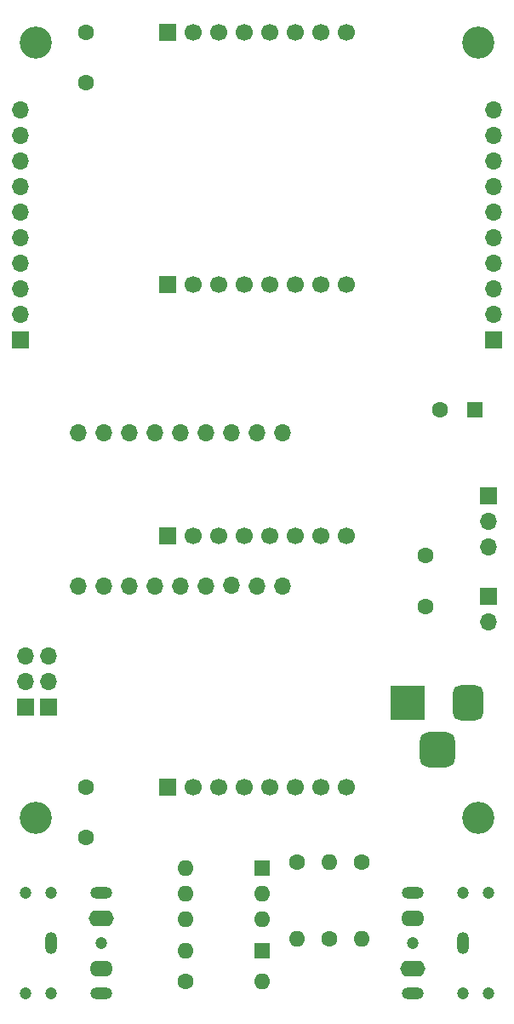
<source format=gbr>
%TF.GenerationSoftware,KiCad,Pcbnew,8.0.7*%
%TF.CreationDate,2025-07-29T21:18:19+01:00*%
%TF.ProjectId,ListeningPostDisplay,4c697374-656e-4696-9e67-506f73744469,rev?*%
%TF.SameCoordinates,Original*%
%TF.FileFunction,Soldermask,Top*%
%TF.FilePolarity,Negative*%
%FSLAX46Y46*%
G04 Gerber Fmt 4.6, Leading zero omitted, Abs format (unit mm)*
G04 Created by KiCad (PCBNEW 8.0.7) date 2025-07-29 21:18:19*
%MOMM*%
%LPD*%
G01*
G04 APERTURE LIST*
G04 Aperture macros list*
%AMRoundRect*
0 Rectangle with rounded corners*
0 $1 Rounding radius*
0 $2 $3 $4 $5 $6 $7 $8 $9 X,Y pos of 4 corners*
0 Add a 4 corners polygon primitive as box body*
4,1,4,$2,$3,$4,$5,$6,$7,$8,$9,$2,$3,0*
0 Add four circle primitives for the rounded corners*
1,1,$1+$1,$2,$3*
1,1,$1+$1,$4,$5*
1,1,$1+$1,$6,$7*
1,1,$1+$1,$8,$9*
0 Add four rect primitives between the rounded corners*
20,1,$1+$1,$2,$3,$4,$5,0*
20,1,$1+$1,$4,$5,$6,$7,0*
20,1,$1+$1,$6,$7,$8,$9,0*
20,1,$1+$1,$8,$9,$2,$3,0*%
G04 Aperture macros list end*
%ADD10R,1.700000X1.700000*%
%ADD11O,1.700000X1.700000*%
%ADD12R,3.500000X3.500000*%
%ADD13RoundRect,0.750000X0.750000X1.000000X-0.750000X1.000000X-0.750000X-1.000000X0.750000X-1.000000X0*%
%ADD14RoundRect,0.875000X0.875000X0.875000X-0.875000X0.875000X-0.875000X-0.875000X0.875000X-0.875000X0*%
%ADD15C,1.600000*%
%ADD16R,1.600000X1.600000*%
%ADD17C,1.700000*%
%ADD18C,3.200000*%
%ADD19O,1.600000X1.600000*%
%ADD20C,1.200000*%
%ADD21O,2.200000X1.200000*%
%ADD22O,2.300000X1.600000*%
%ADD23O,1.200000X2.200000*%
%ADD24O,2.500000X1.600000*%
G04 APERTURE END LIST*
D10*
%TO.C,J5*%
X98000000Y-98000000D03*
D11*
X98000000Y-100540000D03*
X98000000Y-103080000D03*
%TD*%
D10*
%TO.C,J4*%
X98000000Y-108000000D03*
D11*
X98000000Y-110540000D03*
%TD*%
D12*
%TO.C,J3*%
X89975000Y-118575000D03*
D13*
X95975000Y-118575000D03*
D14*
X92975000Y-123275000D03*
%TD*%
D15*
%TO.C,C4*%
X91800000Y-104000000D03*
X91800000Y-109000000D03*
%TD*%
D16*
%TO.C,C3*%
X96700000Y-89500000D03*
D15*
X93200000Y-89500000D03*
%TD*%
D10*
%TO.C,U2*%
X66110000Y-77000000D03*
D17*
X68650000Y-77000000D03*
X71190000Y-77000000D03*
X73730000Y-77000000D03*
X76270000Y-77000000D03*
X78810000Y-77000000D03*
X81350000Y-77000000D03*
X83890000Y-77000000D03*
%TD*%
D10*
%TO.C,U4*%
X66110000Y-127000000D03*
D17*
X68650000Y-127000000D03*
X71190000Y-127000000D03*
X73730000Y-127000000D03*
X76270000Y-127000000D03*
X78810000Y-127000000D03*
X81350000Y-127000000D03*
X83890000Y-127000000D03*
%TD*%
D10*
%TO.C,U3*%
X66110000Y-102000000D03*
D17*
X68650000Y-102000000D03*
X71190000Y-102000000D03*
X73730000Y-102000000D03*
X76270000Y-102000000D03*
X78810000Y-102000000D03*
X81350000Y-102000000D03*
X83890000Y-102000000D03*
%TD*%
D10*
%TO.C,U1*%
X66110000Y-52000000D03*
D17*
X68650000Y-52000000D03*
X71190000Y-52000000D03*
X73730000Y-52000000D03*
X76270000Y-52000000D03*
X78810000Y-52000000D03*
X81350000Y-52000000D03*
X83890000Y-52000000D03*
%TD*%
D18*
%TO.C,H2*%
X97000000Y-53000000D03*
%TD*%
%TO.C,H4*%
X97000000Y-130000000D03*
%TD*%
%TO.C,H3*%
X53000000Y-130000000D03*
%TD*%
%TO.C,H1*%
X53000000Y-53000000D03*
%TD*%
D10*
%TO.C,J6*%
X52000000Y-119000000D03*
D11*
X52000000Y-116460000D03*
X52000000Y-113920000D03*
%TD*%
D15*
%TO.C,C8*%
X58000000Y-132000000D03*
X58000000Y-127000000D03*
%TD*%
%TO.C,R4*%
X79000000Y-134400000D03*
D19*
X79000000Y-142020000D03*
%TD*%
D10*
%TO.C,J10*%
X54250000Y-119000000D03*
D11*
X54250000Y-116460000D03*
X54250000Y-113920000D03*
%TD*%
D16*
%TO.C,D1*%
X75510000Y-143250000D03*
D19*
X67890000Y-143250000D03*
%TD*%
D15*
%TO.C,R3*%
X82200000Y-142020000D03*
D19*
X82200000Y-134400000D03*
%TD*%
D11*
%TO.C,U5*%
X57185000Y-91725000D03*
X59725000Y-91725000D03*
X62265000Y-91725000D03*
X64805000Y-91725000D03*
X67345000Y-91725000D03*
X69885000Y-91725000D03*
X72425000Y-91725000D03*
X74965000Y-91725000D03*
X77505000Y-91725000D03*
X77505000Y-106965000D03*
X74965000Y-106965000D03*
X72425000Y-106945000D03*
X69885000Y-106965000D03*
X67345000Y-106965000D03*
X64805000Y-106965000D03*
X62265000Y-106965000D03*
X59725000Y-106965000D03*
X57185000Y-106965000D03*
%TD*%
D10*
%TO.C,J1*%
X51500000Y-82540000D03*
D11*
X51500000Y-80000000D03*
X51500000Y-77460000D03*
X51500000Y-74920000D03*
X51500000Y-72380000D03*
X51500000Y-69840000D03*
X51500000Y-67300000D03*
X51500000Y-64760000D03*
X51500000Y-62220000D03*
X51500000Y-59680000D03*
%TD*%
D15*
%TO.C,C5*%
X58000000Y-57000000D03*
X58000000Y-52000000D03*
%TD*%
D10*
%TO.C,J2*%
X98500000Y-82540000D03*
D11*
X98500000Y-80000000D03*
X98500000Y-77460000D03*
X98500000Y-74920000D03*
X98500000Y-72380000D03*
X98500000Y-69840000D03*
X98500000Y-67300000D03*
X98500000Y-64760000D03*
X98500000Y-62220000D03*
X98500000Y-59680000D03*
%TD*%
D15*
%TO.C,R2*%
X85400000Y-134400000D03*
D19*
X85400000Y-142020000D03*
%TD*%
D15*
%TO.C,R1*%
X67915000Y-146300000D03*
D19*
X75535000Y-146300000D03*
%TD*%
D20*
%TO.C,J9*%
X98000000Y-137500000D03*
X95500000Y-137500000D03*
X90500000Y-142500000D03*
X98000000Y-147500000D03*
X95500000Y-147500000D03*
D21*
X90500000Y-137500000D03*
D22*
X90500000Y-140000000D03*
D23*
X95500000Y-142500000D03*
D21*
X90500000Y-147500000D03*
D24*
X90500000Y-145000000D03*
%TD*%
D20*
%TO.C,J8*%
X52000000Y-147500000D03*
X54500000Y-147500000D03*
X59500000Y-142500000D03*
X52000000Y-137500000D03*
X54500000Y-137500000D03*
D21*
X59500000Y-147500000D03*
D22*
X59500000Y-145000000D03*
D23*
X54500000Y-142500000D03*
D21*
X59500000Y-137500000D03*
D24*
X59500000Y-140000000D03*
%TD*%
D16*
%TO.C,U6*%
X75500000Y-135000000D03*
D19*
X75500000Y-137540000D03*
X75500000Y-140080000D03*
X67880000Y-140080000D03*
X67880000Y-137540000D03*
X67880000Y-135000000D03*
%TD*%
M02*

</source>
